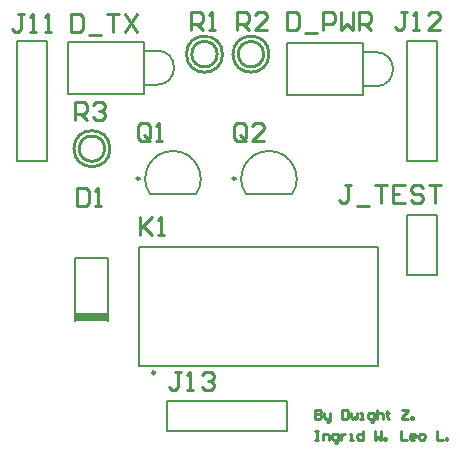
<source format=gto>
G04*
G04 #@! TF.GenerationSoftware,Altium Limited,Altium Designer,21.6.1 (37)*
G04*
G04 Layer_Color=65535*
%FSLAX25Y25*%
%MOIN*%
G70*
G04*
G04 #@! TF.SameCoordinates,52FEF336-61EC-4A20-BBB9-21C97B9F3EC8*
G04*
G04*
G04 #@! TF.FilePolarity,Positive*
G04*
G01*
G75*
%ADD10C,0.01000*%
%ADD11C,0.00500*%
%ADD12C,0.00984*%
%ADD13C,0.00787*%
%ADD14R,0.11024X0.03150*%
D10*
X87243Y130500D02*
G03*
X87243Y130500I-4243J0D01*
G01*
X89021D02*
G03*
X89021Y130500I-6021J0D01*
G01*
X71743D02*
G03*
X71743Y130500I-4243J0D01*
G01*
X73521D02*
G03*
X73521Y130500I-6021J0D01*
G01*
X36021Y99000D02*
G03*
X36021Y99000I-6021J0D01*
G01*
X34243D02*
G03*
X34243Y99000I-4243J0D01*
G01*
X104500Y11997D02*
Y8998D01*
X106000D01*
X106499Y9498D01*
Y9998D01*
X106000Y10498D01*
X104500D01*
X106000D01*
X106499Y10998D01*
Y11497D01*
X106000Y11997D01*
X104500D01*
X107499Y10998D02*
Y9498D01*
X107999Y8998D01*
X109498D01*
Y8498D01*
X108999Y7999D01*
X108499D01*
X109498Y8998D02*
Y10998D01*
X113497Y11997D02*
Y8998D01*
X114997D01*
X115496Y9498D01*
Y11497D01*
X114997Y11997D01*
X113497D01*
X116496Y10998D02*
Y9498D01*
X116996Y8998D01*
X117496Y9498D01*
X117996Y8998D01*
X118496Y9498D01*
Y10998D01*
X119495Y8998D02*
X120495D01*
X119995D01*
Y10998D01*
X119495D01*
X122994Y7999D02*
X123494D01*
X123994Y8498D01*
Y10998D01*
X122494D01*
X121994Y10498D01*
Y9498D01*
X122494Y8998D01*
X123994D01*
X124993Y11997D02*
Y8998D01*
Y10498D01*
X125493Y10998D01*
X126493D01*
X126993Y10498D01*
Y8998D01*
X128492Y11497D02*
Y10998D01*
X127992D01*
X128992D01*
X128492D01*
Y9498D01*
X128992Y8998D01*
X133491Y11997D02*
X135490D01*
Y11497D01*
X133491Y9498D01*
Y8998D01*
X135490D01*
X136490D02*
Y9498D01*
X136989D01*
Y8998D01*
X136490D01*
X104500Y4999D02*
X105500D01*
X105000D01*
Y2000D01*
X104500D01*
X105500D01*
X106999D02*
Y3999D01*
X108499D01*
X108999Y3499D01*
Y2000D01*
X110998Y1000D02*
X111498D01*
X111998Y1500D01*
Y3999D01*
X110498D01*
X109998Y3499D01*
Y2499D01*
X110498Y2000D01*
X111998D01*
X112997Y3999D02*
Y2000D01*
Y2999D01*
X113497Y3499D01*
X113997Y3999D01*
X114497D01*
X115996Y2000D02*
X116996D01*
X116496D01*
Y3999D01*
X115996D01*
X120495Y4999D02*
Y2000D01*
X118995D01*
X118496Y2499D01*
Y3499D01*
X118995Y3999D01*
X120495D01*
X124494Y4999D02*
Y2000D01*
X125493Y2999D01*
X126493Y2000D01*
Y4999D01*
X127493Y2000D02*
Y2499D01*
X127992D01*
Y2000D01*
X127493D01*
X132991Y4999D02*
Y2000D01*
X134990D01*
X137489D02*
X136490D01*
X135990Y2499D01*
Y3499D01*
X136490Y3999D01*
X137489D01*
X137989Y3499D01*
Y2999D01*
X135990D01*
X139489Y2000D02*
X140488D01*
X140988Y2499D01*
Y3499D01*
X140488Y3999D01*
X139489D01*
X138989Y3499D01*
Y2499D01*
X139489Y2000D01*
X144987Y4999D02*
Y2000D01*
X146986D01*
X147986D02*
Y2499D01*
X148486D01*
Y2000D01*
X147986D01*
X45900Y76098D02*
Y70100D01*
Y72099D01*
X49899Y76098D01*
X46900Y73099D01*
X49899Y70100D01*
X51898D02*
X53897D01*
X52898D01*
Y76098D01*
X51898Y75098D01*
X24500Y108500D02*
Y114498D01*
X27499D01*
X28499Y113498D01*
Y111499D01*
X27499Y110499D01*
X24500D01*
X26499D02*
X28499Y108500D01*
X30498Y113498D02*
X31498Y114498D01*
X33497D01*
X34497Y113498D01*
Y112499D01*
X33497Y111499D01*
X32497D01*
X33497D01*
X34497Y110499D01*
Y109500D01*
X33497Y108500D01*
X31498D01*
X30498Y109500D01*
X78502Y138501D02*
Y144499D01*
X81501D01*
X82500Y143499D01*
Y141500D01*
X81501Y140500D01*
X78502D01*
X80501D02*
X82500Y138501D01*
X88498D02*
X84500D01*
X88498Y142500D01*
Y143499D01*
X87499Y144499D01*
X85499D01*
X84500Y143499D01*
X63001Y138501D02*
Y144499D01*
X66000D01*
X67000Y143499D01*
Y141500D01*
X66000Y140500D01*
X63001D01*
X65001D02*
X67000Y138501D01*
X68999D02*
X70999D01*
X69999D01*
Y144499D01*
X68999Y143499D01*
X81399Y102700D02*
Y106698D01*
X80399Y107698D01*
X78400D01*
X77400Y106698D01*
Y102700D01*
X78400Y101700D01*
X80399D01*
X79399Y103699D02*
X81399Y101700D01*
X80399D02*
X81399Y102700D01*
X87397Y101700D02*
X83398D01*
X87397Y105699D01*
Y106698D01*
X86397Y107698D01*
X84398D01*
X83398Y106698D01*
X49399Y102700D02*
Y106698D01*
X48399Y107698D01*
X46400D01*
X45400Y106698D01*
Y102700D01*
X46400Y101700D01*
X48399D01*
X47399Y103699D02*
X49399Y101700D01*
X48399D02*
X49399Y102700D01*
X51398Y101700D02*
X53397D01*
X52398D01*
Y107698D01*
X51398Y106698D01*
X116504Y86999D02*
X114505D01*
X115505D01*
Y82000D01*
X114505Y81001D01*
X113505D01*
X112505Y82000D01*
X118504Y80001D02*
X122502D01*
X124502Y86999D02*
X128500D01*
X126501D01*
Y81001D01*
X134498Y86999D02*
X130500D01*
Y81001D01*
X134498D01*
X130500Y84000D02*
X132499D01*
X140497Y85999D02*
X139497Y86999D01*
X137497D01*
X136498Y85999D01*
Y85000D01*
X137497Y84000D01*
X139497D01*
X140497Y83000D01*
Y82000D01*
X139497Y81001D01*
X137497D01*
X136498Y82000D01*
X142496Y86999D02*
X146494D01*
X144495D01*
Y81001D01*
X59599Y24398D02*
X57599D01*
X58599D01*
Y19400D01*
X57599Y18400D01*
X56600D01*
X55600Y19400D01*
X61598Y18400D02*
X63597D01*
X62598D01*
Y24398D01*
X61598Y23398D01*
X66596D02*
X67596Y24398D01*
X69595D01*
X70595Y23398D01*
Y22399D01*
X69595Y21399D01*
X68596D01*
X69595D01*
X70595Y20399D01*
Y19400D01*
X69595Y18400D01*
X67596D01*
X66596Y19400D01*
X135001Y144499D02*
X133002D01*
X134002D01*
Y139501D01*
X133002Y138501D01*
X132002D01*
X131002Y139501D01*
X137001Y138501D02*
X139000D01*
X138000D01*
Y144499D01*
X137001Y143499D01*
X145998Y138501D02*
X141999D01*
X145998Y142500D01*
Y143499D01*
X144998Y144499D01*
X142999D01*
X141999Y143499D01*
X7501Y143999D02*
X5502D01*
X6501D01*
Y139001D01*
X5502Y138001D01*
X4502D01*
X3502Y139001D01*
X9500Y138001D02*
X11500D01*
X10500D01*
Y143999D01*
X9500Y142999D01*
X14499Y138001D02*
X16498D01*
X15498D01*
Y143999D01*
X14499Y142999D01*
X23004Y143999D02*
Y138001D01*
X26003D01*
X27002Y139000D01*
Y142999D01*
X26003Y143999D01*
X23004D01*
X29002Y137001D02*
X33000D01*
X35000Y143999D02*
X38998D01*
X36999D01*
Y138001D01*
X40998Y143999D02*
X44996Y138001D01*
Y143999D02*
X40998Y138001D01*
X95004Y144499D02*
Y138501D01*
X98004D01*
X99003Y139500D01*
Y143499D01*
X98004Y144499D01*
X95004D01*
X101003Y137501D02*
X105001D01*
X107001Y138501D02*
Y144499D01*
X110000D01*
X110999Y143499D01*
Y141500D01*
X110000Y140500D01*
X107001D01*
X112999Y144499D02*
Y138501D01*
X114998Y140500D01*
X116997Y138501D01*
Y144499D01*
X118997Y138501D02*
Y144499D01*
X121996D01*
X122995Y143499D01*
Y141500D01*
X121996Y140500D01*
X118997D01*
X120996D02*
X122995Y138501D01*
X25100Y85898D02*
Y79900D01*
X28099D01*
X29099Y80900D01*
Y84898D01*
X28099Y85898D01*
X25100D01*
X31098Y79900D02*
X33097D01*
X32098D01*
Y85898D01*
X31098Y84898D01*
D11*
X124653Y119791D02*
G03*
X124653Y131209I0J5709D01*
G01*
X51653Y120291D02*
G03*
X51653Y131709I0J5709D01*
G01*
X95126Y116839D02*
Y134161D01*
X120323D01*
Y116839D02*
Y134161D01*
X95126Y116839D02*
X120323D01*
Y131209D02*
X124653D01*
X120323Y119791D02*
X124653D01*
X22126Y117339D02*
Y134661D01*
X47323D01*
Y117339D02*
Y134661D01*
X22126Y117339D02*
X47323D01*
Y131709D02*
X51653D01*
X47323Y120291D02*
X51653D01*
D12*
X50992Y24315D02*
G03*
X50992Y24315I-492J0D01*
G01*
X77878Y89000D02*
G03*
X77878Y89000I-492J0D01*
G01*
X45878D02*
G03*
X45878Y89000I-492J0D01*
G01*
D13*
X96614Y83744D02*
G03*
X81387Y83742I-7614J5257D01*
G01*
X64614Y83744D02*
G03*
X49387Y83742I-7614J5257D01*
G01*
X5000Y95000D02*
X15000D01*
X5000D02*
Y135000D01*
X15000Y95000D02*
Y135000D01*
X5000D02*
X15000D01*
X135000Y95000D02*
X145000D01*
X135000D02*
Y135000D01*
X145000Y95000D02*
Y135000D01*
X135000D02*
X145000D01*
X135000Y77000D02*
X145000D01*
Y57000D02*
Y77000D01*
X135000Y57000D02*
X145000D01*
X135000D02*
Y77000D01*
X45638Y26717D02*
Y66284D01*
Y26717D02*
X125362D01*
Y66284D01*
X45638D02*
X125362D01*
X81387Y83744D02*
X96613D01*
X49387D02*
X64613D01*
X55000Y5000D02*
Y15000D01*
X95000D01*
X55000Y5000D02*
X95000D01*
Y15000D01*
X24488Y41567D02*
Y62433D01*
X35512Y41567D02*
Y62433D01*
X24488D02*
X35512D01*
D14*
X29976Y42752D02*
D03*
M02*

</source>
